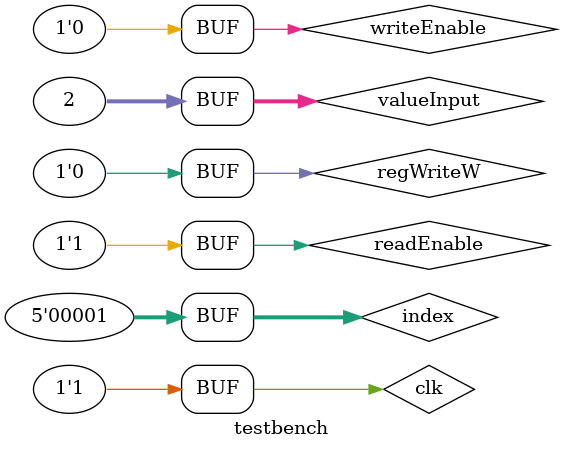
<source format=v>
`timescale 1ns/1ns

module testbench ();
    reg clk;
    wire writeEnable,readEnable,regWriteW,flagOutput;
    wire [31:0] valueInput,valueOutput;
    wire [4:0] index;

    initial begin
        $dumpfile("testbench.vcd");
        $dumpvars(0,testbench);
        clk                  = 1;
        repeat(5000) #50 clk = ~clk;
    end
    
    assign regWriteW   = 1'b0;
    assign writeEnable = 1'b0;
    assign readEnable  = 1'b1;
    assign valueInput  = 32'b00000000000000000000000000000010;
    assign index       = 5'b00001;
    //   always @(*) begin
    //     $display("%0d",valueOutput);
    // end
    registerFile registerFile(clk, index1,index2, valueInput, valueOutput1, valueOutput1,readEnable, writeEnable, regWriteW, flagOutput1,flagOutput2);
endmodule

//unable to read register file other things passed test
</source>
